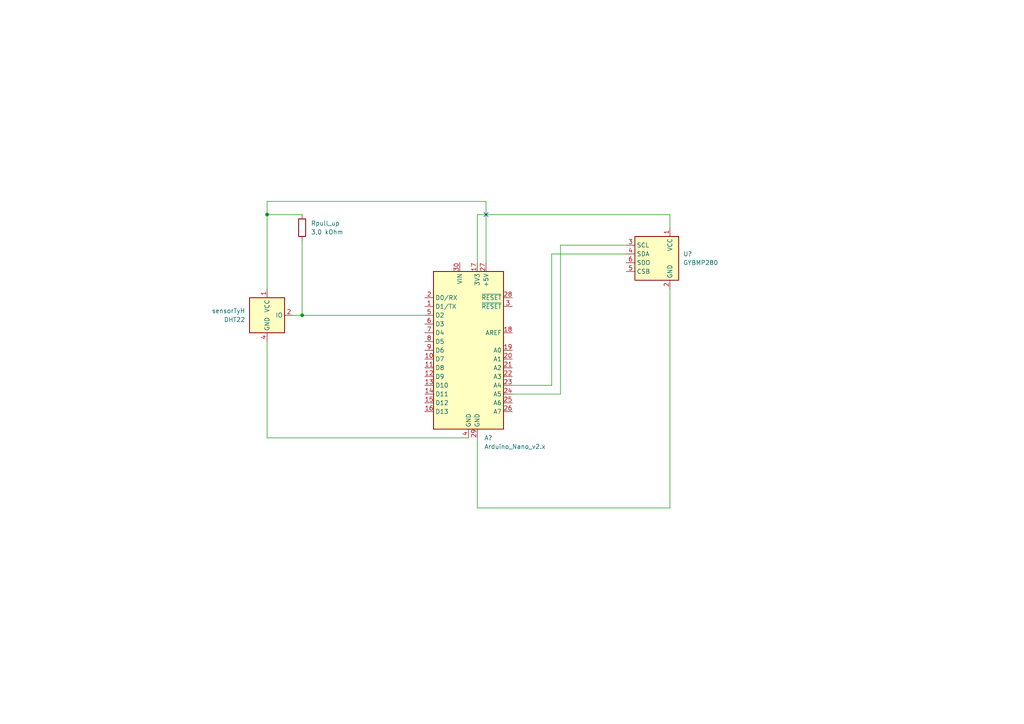
<source format=kicad_sch>
(kicad_sch (version 20211123) (generator eeschema)
  (paper "A4")
  (title_block (title "Sensores ambientales SIH") (date "2024-02-09") (company "Instituto Geográfico Nacional"))
  (lib_symbols
    (symbol "Device:R" (pin_numbers hide) (pin_names (offset 0))
      (property "Reference" "R" (at 2.032 0 90))
      (property "Value" "R" (at 0 0 90))
      (symbol "R_0_1"
        (rectangle (start -1.016 -2.54) (end 1.016 2.54) (stroke (width 0.254)))
      )
      (symbol "R_1_1"
        (pin passive line (at 0 3.81 270) (length 1.27) (name "~") (number "1"))
        (pin passive line (at 0 -3.81 90) (length 1.27) (name "~") (number "2"))
      )
    )
    (symbol "MCU_Module:Arduino_Nano_v2.x"
      (property "Reference" "A" (at -10.16 23.495 0))
      (property "Value" "Arduino_Nano_v2.x" (at 5.08 -24.13 0))
      (symbol "Arduino_Nano_v2.x_0_1"
        (rectangle (start -10.16 22.86) (end 10.16 -22.86) (stroke (width 0.254)) (fill (type background)))
      )
      (symbol "Arduino_Nano_v2.x_1_1"
        (pin bidirectional line (at -12.7 12.7 0) (length 2.54) (name "D1/TX") (number "1"))
        (pin bidirectional line (at -12.7 -2.54 0) (length 2.54) (name "D7") (number "10"))
        (pin bidirectional line (at -12.7 -5.08 0) (length 2.54) (name "D8") (number "11"))
        (pin bidirectional line (at -12.7 -7.62 0) (length 2.54) (name "D9") (number "12"))
        (pin bidirectional line (at -12.7 -10.16 0) (length 2.54) (name "D10") (number "13"))
        (pin bidirectional line (at -12.7 -12.7 0) (length 2.54) (name "D11") (number "14"))
        (pin bidirectional line (at -12.7 -15.24 0) (length 2.54) (name "D12") (number "15"))
        (pin bidirectional line (at -12.7 -17.78 0) (length 2.54) (name "D13") (number "16"))
        (pin power_out line (at 2.54 25.4 270) (length 2.54) (name "3V3") (number "17"))
        (pin input line (at 12.7 5.08 180) (length 2.54) (name "AREF") (number "18"))
        (pin bidirectional line (at 12.7 0 180) (length 2.54) (name "A0") (number "19"))
        (pin bidirectional line (at -12.7 15.24 0) (length 2.54) (name "D0/RX") (number "2"))
        (pin bidirectional line (at 12.7 -2.54 180) (length 2.54) (name "A1") (number "20"))
        (pin bidirectional line (at 12.7 -5.08 180) (length 2.54) (name "A2") (number "21"))
        (pin bidirectional line (at 12.7 -7.62 180) (length 2.54) (name "A3") (number "22"))
        (pin bidirectional line (at 12.7 -10.16 180) (length 2.54) (name "A4") (number "23"))
        (pin bidirectional line (at 12.7 -12.7 180) (length 2.54) (name "A5") (number "24"))
        (pin bidirectional line (at 12.7 -15.24 180) (length 2.54) (name "A6") (number "25"))
        (pin bidirectional line (at 12.7 -17.78 180) (length 2.54) (name "A7") (number "26"))
        (pin power_out line (at 5.08 25.4 270) (length 2.54) (name "+5V") (number "27"))
        (pin input line (at 12.7 15.24 180) (length 2.54) (name "~{RESET}") (number "28"))
        (pin power_in line (at 2.54 -25.4 90) (length 2.54) (name "GND") (number "29"))
        (pin input line (at 12.7 12.7 180) (length 2.54) (name "~{RESET}") (number "3"))
        (pin power_in line (at -2.54 25.4 270) (length 2.54) (name "VIN") (number "30"))
        (pin power_in line (at 0 -25.4 90) (length 2.54) (name "GND") (number "4"))
        (pin bidirectional line (at -12.7 10.16 0) (length 2.54) (name "D2") (number "5"))
        (pin bidirectional line (at -12.7 7.62 0) (length 2.54) (name "D3") (number "6"))
        (pin bidirectional line (at -12.7 5.08 0) (length 2.54) (name "D4") (number "7"))
        (pin bidirectional line (at -12.7 2.54 0) (length 2.54) (name "D5") (number "8"))
        (pin bidirectional line (at -12.7 0 0) (length 2.54) (name "D6") (number "9"))
      )
    )
    (symbol "Sensor:DHT11"
      (property "Reference" "U" (at -3.81 6.35 0))
      (property "Value" "DHT11" (at 3.81 6.35 0))
      (symbol "DHT11_0_1"
        (rectangle (start -5.08 5.08) (end 5.08 -5.08) (stroke (width 0.254)) (fill (type background)))
      )
      (symbol "DHT11_1_1"
        (pin power_in line (at 0 7.62 270) (length 2.54) (name "VCC") (number "1"))
        (pin bidirectional line (at 7.62 0 180) (length 2.54) (name "IO") (number "2"))
        (pin no_connect line (at -5.08 0 0) (length 2.54) hide (name "NC") (number "3"))
        (pin power_in line (at 0 -7.62 90) (length 2.54) (name "GND") (number "4"))
      )
    )
    (symbol "unsere_Library:GYBMP280"
      (property "Reference" "U" (at -7.62 10.16 0))
      (property "Value" "GYBMP280" (at 5.08 10.16 0))
      (symbol "GYBMP280_0_1"
        (rectangle (start -7.62 -5.08) (end 5.08 7.62) (stroke (width 0.254)) (fill (type background)))
      )
      (symbol "GYBMP280_1_1"
        (pin power_in line (at 2.54 10.16 270) (length 2.54) (name "VCC") (number "1"))
        (pin power_in line (at 2.54 -7.62 90) (length 2.54) (name "GND") (number "2"))
        (pin input line (at -10.16 5.08 0) (length 2.54) (name "SCL") (number "3"))
        (pin bidirectional line (at -10.16 2.54 0) (length 2.54) (name "SDA") (number "4"))
        (pin input line (at -10.16 -2.54 0) (length 2.54) (name "CSB") (number "5"))
        (pin bidirectional line (at -10.16 0 0) (length 2.54) (name "SDO") (number "6"))
      )
    )
  )
  (junction (at 87.63 91.44))
  (junction (at 77.47 62.23))
  (no_connect (at 140.97 62.23))
  (wire (pts (xy 135.89 127) (xy 77.47 127)))
  (wire (pts (xy 138.43 76.2) (xy 138.43 62.23)))
  (wire (pts (xy 194.31 62.23) (xy 194.31 66.04)))
  (wire (pts (xy 160.02 111.76) (xy 160.02 73.66)))
  (wire (pts (xy 138.43 127) (xy 138.43 147.32)))
  (wire (pts (xy 138.43 147.32) (xy 194.31 147.32)))
  (wire (pts (xy 162.56 71.12) (xy 162.56 114.3)))
  (wire (pts (xy 77.47 99.06) (xy 77.47 127)))
  (wire (pts (xy 77.47 58.42) (xy 140.97 58.42)))
  (wire (pts (xy 194.31 147.32) (xy 194.31 83.82)))
  (wire (pts (xy 148.59 111.76) (xy 160.02 111.76)))
  (wire (pts (xy 87.63 69.85) (xy 87.63 91.44)))
  (wire (pts (xy 77.47 58.42) (xy 77.47 62.23)))
  (wire (pts (xy 77.47 62.23) (xy 77.47 83.82)))
  (wire (pts (xy 87.63 91.44) (xy 123.19 91.44)))
  (wire (pts (xy 85.09 91.44) (xy 87.63 91.44)))
  (wire (pts (xy 162.56 114.3) (xy 148.59 114.3)))
  (wire (pts (xy 87.63 62.23) (xy 77.47 62.23)))
  (wire (pts (xy 138.43 62.23) (xy 194.31 62.23)))
  (wire (pts (xy 140.97 58.42) (xy 140.97 76.2)))
  (wire (pts (xy 160.02 73.66) (xy 181.61 73.66)))
  (wire (pts (xy 181.61 71.12) (xy 162.56 71.12)))
  (symbol (lib_id "unsere_Library:GYBMP280") (at 191.77 76.2 0) (unit 1)
    (property "Reference" "U?" (at 198.12 73.6599 0) (effects (justify left)))
    (property "Value" "GYBMP280" (at 198.12 76.1999 0) (effects (justify left)))
    (property "Footprint" "Package_LGA:Bosch_LGA-8_2x2.5mm_P0.65mm_ClockwisePinNumbering" (effects hide))
    (property "Datasheet" "https://components101.com/sensors/gy-bmp280-module" (effects hide))
  )
  (symbol (lib_id "MCU_Module:Arduino_Nano_v2.x") (at 135.89 101.6 0) (unit 1)
    (property "Reference" "A?" (at 140.4494 127 0) (effects (justify left)))
    (property "Value" "Arduino_Nano_v2.x" (at 140.4494 129.54 0) (effects (justify left)))
    (property "Footprint" "Module:Arduino_Nano" (effects hide))
    (property "Datasheet" "https://www.arduino.cc/en/uploads/Main/ArduinoNanoManual23.pdf" (effects hide))
  )
  (symbol (lib_id "Sensor:DHT11") (at 77.47 91.44 0) (unit 1)
    (property "Reference" "sensorTyH" (at 71.12 90.1699 0) (effects (justify right)))
    (property "Value" "DHT22" (at 71.12 92.7099 0) (effects (justify right)))
    (property "Footprint" "Sensor:Aosong_DHT11_5.5x12.0_P2.54mm" (effects hide))
    (property "Datasheet" "http://akizukidenshi.com/download/ds/aosong/DHT11.pdf" (effects hide))
  )
  (symbol (lib_id "Device:R") (at 87.63 66.04 0) (unit 1)
    (property "Reference" "Rpull_up" (at 90.17 64.7699 0) (effects (justify left)))
    (property "Value" "3,0 kOhm" (at 90.17 67.3099 0) (effects (justify left)))
  )
)
</source>
